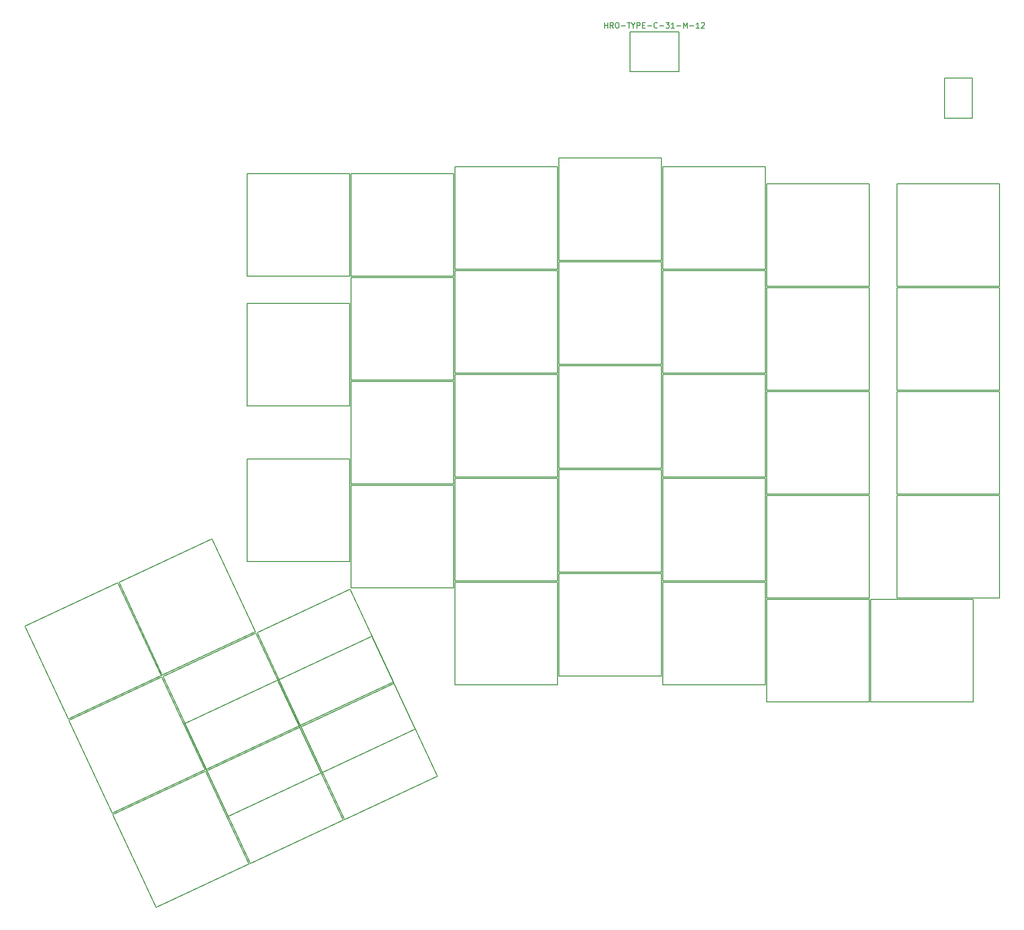
<source format=gbr>
G04 #@! TF.GenerationSoftware,KiCad,Pcbnew,(5.0.2)-1*
G04 #@! TF.CreationDate,2019-01-22T23:05:01+05:30*
G04 #@! TF.ProjectId,ErgodoxBle,4572676f-646f-4784-926c-652e6b696361,rev?*
G04 #@! TF.SameCoordinates,Original*
G04 #@! TF.FileFunction,Drawing*
%FSLAX46Y46*%
G04 Gerber Fmt 4.6, Leading zero omitted, Abs format (unit mm)*
G04 Created by KiCad (PCBNEW (5.0.2)-1) date 1/22/2019 11:05:01 PM*
%MOMM*%
%LPD*%
G01*
G04 APERTURE LIST*
%ADD10C,0.200000*%
%ADD11C,0.150000*%
%ADD12C,0.152400*%
G04 APERTURE END LIST*
D10*
G04 #@! TO.C,proMicro1*
X190804800Y-45567600D02*
X190804800Y-38201600D01*
X190804800Y-38201600D02*
X195884800Y-38201600D01*
X195884800Y-38201600D02*
X195884800Y-45567600D01*
X195884800Y-45567600D02*
X190804800Y-45567600D01*
D11*
G04 #@! TO.C,USB_C1*
X142087200Y-37043400D02*
X133147200Y-37043400D01*
X133147200Y-29743400D02*
X133147200Y-37043400D01*
X142087200Y-29743400D02*
X142087200Y-37043400D01*
X142087200Y-29743400D02*
X133147200Y-29743400D01*
D12*
G04 #@! TO.C,SW3:13*
X182054500Y-95704660D02*
X200850500Y-95704660D01*
X200850500Y-95704660D02*
X200850500Y-114500660D01*
X200850500Y-114500660D02*
X182054500Y-114500660D01*
X182054500Y-114500660D02*
X182054500Y-95704660D01*
G04 #@! TO.C,SW2:13*
X182054500Y-114754660D02*
X200850500Y-114754660D01*
X200850500Y-114754660D02*
X200850500Y-133550660D01*
X200850500Y-133550660D02*
X182054500Y-133550660D01*
X182054500Y-133550660D02*
X182054500Y-114754660D01*
G04 #@! TO.C,SW0:7*
X22209693Y-138722986D02*
X39244654Y-130779453D01*
X39244654Y-130779453D02*
X47188187Y-147814414D01*
X47188187Y-147814414D02*
X30153226Y-155757947D01*
X30153226Y-155757947D02*
X22209693Y-138722986D01*
G04 #@! TO.C,SW0:8*
X39474073Y-130673726D02*
X56509034Y-122730193D01*
X56509034Y-122730193D02*
X64452567Y-139765154D01*
X64452567Y-139765154D02*
X47417606Y-147708687D01*
X47417606Y-147708687D02*
X39474073Y-130673726D01*
G04 #@! TO.C,SW0:9*
X38202486Y-173022327D02*
X30258953Y-155987366D01*
X55237447Y-165078794D02*
X38202486Y-173022327D01*
X47293914Y-148043833D02*
X55237447Y-165078794D01*
X30258953Y-155987366D02*
X47293914Y-148043833D01*
G04 #@! TO.C,SW0:10*
X93792107Y-157611194D02*
X76757146Y-165554727D01*
X85848574Y-140576233D02*
X93792107Y-157611194D01*
X68813613Y-148519766D02*
X85848574Y-140576233D01*
X76757146Y-165554727D02*
X68813613Y-148519766D01*
G04 #@! TO.C,SW0:11*
X59492766Y-173606527D02*
X51549233Y-156571566D01*
X51549233Y-156571566D02*
X68584194Y-148628033D01*
X68584194Y-148628033D02*
X76527727Y-165662994D01*
X76527727Y-165662994D02*
X59492766Y-173606527D01*
G04 #@! TO.C,SW0:12*
X46254286Y-190289247D02*
X38310753Y-173254286D01*
X63289247Y-182345714D02*
X46254286Y-190289247D01*
X55345714Y-165310753D02*
X63289247Y-182345714D01*
X38310753Y-173254286D02*
X55345714Y-165310753D01*
G04 #@! TO.C,SW1:9*
X101092000Y-130629660D02*
X119888000Y-130629660D01*
X119888000Y-130629660D02*
X119888000Y-149425660D01*
X119888000Y-149425660D02*
X101092000Y-149425660D01*
X101092000Y-149425660D02*
X101092000Y-130629660D01*
G04 #@! TO.C,SW1:10*
X120142000Y-147828000D02*
X120142000Y-129032000D01*
X138938000Y-147828000D02*
X120142000Y-147828000D01*
X138938000Y-129032000D02*
X138938000Y-147828000D01*
X120142000Y-129032000D02*
X138938000Y-129032000D01*
G04 #@! TO.C,SW1:11*
X139192000Y-130629660D02*
X157988000Y-130629660D01*
X157988000Y-130629660D02*
X157988000Y-149425660D01*
X157988000Y-149425660D02*
X139192000Y-149425660D01*
X139192000Y-149425660D02*
X139192000Y-130629660D01*
G04 #@! TO.C,SW1:12*
X158242000Y-152600660D02*
X158242000Y-133804660D01*
X177038000Y-152600660D02*
X158242000Y-152600660D01*
X177038000Y-133804660D02*
X177038000Y-152600660D01*
X158242000Y-133804660D02*
X177038000Y-133804660D01*
G04 #@! TO.C,SW1:13*
X177292000Y-152600660D02*
X177292000Y-133804660D01*
X196088000Y-152600660D02*
X177292000Y-152600660D01*
X196088000Y-133804660D02*
X196088000Y-152600660D01*
X177292000Y-133804660D02*
X196088000Y-133804660D01*
G04 #@! TO.C,SW2:7*
X81788000Y-126883160D02*
X62992000Y-126883160D01*
X81788000Y-108087160D02*
X81788000Y-126883160D01*
X62992000Y-108087160D02*
X81788000Y-108087160D01*
X62992000Y-126883160D02*
X62992000Y-108087160D01*
G04 #@! TO.C,SW2:8*
X82042000Y-131645660D02*
X82042000Y-112849660D01*
X100838000Y-131645660D02*
X82042000Y-131645660D01*
X100838000Y-112849660D02*
X100838000Y-131645660D01*
X82042000Y-112849660D02*
X100838000Y-112849660D01*
G04 #@! TO.C,SW2:9*
X101092000Y-111579660D02*
X119888000Y-111579660D01*
X119888000Y-111579660D02*
X119888000Y-130375660D01*
X119888000Y-130375660D02*
X101092000Y-130375660D01*
X101092000Y-130375660D02*
X101092000Y-111579660D01*
G04 #@! TO.C,SW2:10*
X120142000Y-128778000D02*
X120142000Y-109982000D01*
X138938000Y-128778000D02*
X120142000Y-128778000D01*
X138938000Y-109982000D02*
X138938000Y-128778000D01*
X120142000Y-109982000D02*
X138938000Y-109982000D01*
G04 #@! TO.C,SW2:11*
X139192000Y-130375660D02*
X139192000Y-111579660D01*
X157988000Y-130375660D02*
X139192000Y-130375660D01*
X157988000Y-111579660D02*
X157988000Y-130375660D01*
X139192000Y-111579660D02*
X157988000Y-111579660D01*
G04 #@! TO.C,SW2:12*
X158242000Y-133550660D02*
X158242000Y-114754660D01*
X177038000Y-133550660D02*
X158242000Y-133550660D01*
X177038000Y-114754660D02*
X177038000Y-133550660D01*
X158242000Y-114754660D02*
X177038000Y-114754660D01*
G04 #@! TO.C,SW3:8*
X82042000Y-93799660D02*
X100838000Y-93799660D01*
X100838000Y-93799660D02*
X100838000Y-112595660D01*
X100838000Y-112595660D02*
X82042000Y-112595660D01*
X82042000Y-112595660D02*
X82042000Y-93799660D01*
G04 #@! TO.C,SW3:9*
X101092000Y-92529660D02*
X119888000Y-92529660D01*
X119888000Y-92529660D02*
X119888000Y-111325660D01*
X119888000Y-111325660D02*
X101092000Y-111325660D01*
X101092000Y-111325660D02*
X101092000Y-92529660D01*
G04 #@! TO.C,SW3:10*
X120142000Y-90932000D02*
X138938000Y-90932000D01*
X138938000Y-90932000D02*
X138938000Y-109728000D01*
X138938000Y-109728000D02*
X120142000Y-109728000D01*
X120142000Y-109728000D02*
X120142000Y-90932000D01*
G04 #@! TO.C,SW3:11*
X139192000Y-111325660D02*
X139192000Y-92529660D01*
X157988000Y-111325660D02*
X139192000Y-111325660D01*
X157988000Y-92529660D02*
X157988000Y-111325660D01*
X139192000Y-92529660D02*
X157988000Y-92529660D01*
G04 #@! TO.C,SW3:12*
X158242000Y-95704660D02*
X177038000Y-95704660D01*
X177038000Y-95704660D02*
X177038000Y-114500660D01*
X177038000Y-114500660D02*
X158242000Y-114500660D01*
X158242000Y-114500660D02*
X158242000Y-95704660D01*
G04 #@! TO.C,SW4:7*
X81788000Y-98308160D02*
X62992000Y-98308160D01*
X81788000Y-79512160D02*
X81788000Y-98308160D01*
X62992000Y-79512160D02*
X81788000Y-79512160D01*
X62992000Y-98308160D02*
X62992000Y-79512160D01*
G04 #@! TO.C,SW4:8*
X82042000Y-74749660D02*
X100838000Y-74749660D01*
X100838000Y-74749660D02*
X100838000Y-93545660D01*
X100838000Y-93545660D02*
X82042000Y-93545660D01*
X82042000Y-93545660D02*
X82042000Y-74749660D01*
G04 #@! TO.C,SW4:9*
X101092000Y-92275660D02*
X101092000Y-73479660D01*
X119888000Y-92275660D02*
X101092000Y-92275660D01*
X119888000Y-73479660D02*
X119888000Y-92275660D01*
X101092000Y-73479660D02*
X119888000Y-73479660D01*
G04 #@! TO.C,SW4:10*
X120142000Y-90678000D02*
X120142000Y-71882000D01*
X138938000Y-90678000D02*
X120142000Y-90678000D01*
X138938000Y-71882000D02*
X138938000Y-90678000D01*
X120142000Y-71882000D02*
X138938000Y-71882000D01*
G04 #@! TO.C,SW4:11*
X139192000Y-73479660D02*
X157988000Y-73479660D01*
X157988000Y-73479660D02*
X157988000Y-92275660D01*
X157988000Y-92275660D02*
X139192000Y-92275660D01*
X139192000Y-92275660D02*
X139192000Y-73479660D01*
G04 #@! TO.C,SW4:12*
X158242000Y-95450660D02*
X158242000Y-76654660D01*
X177038000Y-95450660D02*
X158242000Y-95450660D01*
X177038000Y-76654660D02*
X177038000Y-95450660D01*
X158242000Y-76654660D02*
X177038000Y-76654660D01*
G04 #@! TO.C,SW4:13*
X182054500Y-95450660D02*
X182054500Y-76654660D01*
X200850500Y-95450660D02*
X182054500Y-95450660D01*
X200850500Y-76654660D02*
X200850500Y-95450660D01*
X182054500Y-76654660D02*
X200850500Y-76654660D01*
G04 #@! TO.C,SW5:7*
X62992000Y-74498200D02*
X62992000Y-55702200D01*
X81788000Y-74498200D02*
X62992000Y-74498200D01*
X81788000Y-55702200D02*
X81788000Y-74498200D01*
X62992000Y-55702200D02*
X81788000Y-55702200D01*
G04 #@! TO.C,SW5:8*
X82042000Y-55702200D02*
X100838000Y-55702200D01*
X100838000Y-55702200D02*
X100838000Y-74498200D01*
X100838000Y-74498200D02*
X82042000Y-74498200D01*
X82042000Y-74498200D02*
X82042000Y-55702200D01*
G04 #@! TO.C,SW5:9*
X101092000Y-73225660D02*
X101092000Y-54429660D01*
X119888000Y-73225660D02*
X101092000Y-73225660D01*
X119888000Y-54429660D02*
X119888000Y-73225660D01*
X101092000Y-54429660D02*
X119888000Y-54429660D01*
G04 #@! TO.C,SW5:10*
X120142000Y-52832000D02*
X138938000Y-52832000D01*
X138938000Y-52832000D02*
X138938000Y-71628000D01*
X138938000Y-71628000D02*
X120142000Y-71628000D01*
X120142000Y-71628000D02*
X120142000Y-52832000D01*
G04 #@! TO.C,SW5:11*
X139192000Y-54429660D02*
X157988000Y-54429660D01*
X157988000Y-54429660D02*
X157988000Y-73225660D01*
X157988000Y-73225660D02*
X139192000Y-73225660D01*
X139192000Y-73225660D02*
X139192000Y-54429660D01*
G04 #@! TO.C,SW5:12*
X158242000Y-57607200D02*
X177038000Y-57607200D01*
X177038000Y-57607200D02*
X177038000Y-76403200D01*
X177038000Y-76403200D02*
X158242000Y-76403200D01*
X158242000Y-76403200D02*
X158242000Y-57607200D01*
G04 #@! TO.C,SW5:13*
X182054500Y-57607200D02*
X200850500Y-57607200D01*
X200850500Y-57607200D02*
X200850500Y-76403200D01*
X200850500Y-76403200D02*
X182054500Y-76403200D01*
X182054500Y-76403200D02*
X182054500Y-57607200D01*
G04 #@! TO.C,SX0:10*
X97820547Y-166244654D02*
X80785586Y-174188187D01*
X80785586Y-174188187D02*
X72842053Y-157153226D01*
X72842053Y-157153226D02*
X89877014Y-149209693D01*
X89877014Y-149209693D02*
X97820547Y-166244654D01*
G04 #@! TO.C,SX0:11*
X72610094Y-157258953D02*
X80553627Y-174293914D01*
X55575133Y-165202486D02*
X72610094Y-157258953D01*
X63518666Y-182237447D02*
X55575133Y-165202486D01*
X80553627Y-174293914D02*
X63518666Y-182237447D01*
G04 #@! TO.C,SX1:7*
X55469406Y-164973067D02*
X47525873Y-147938106D01*
X72504367Y-157029534D02*
X55469406Y-164973067D01*
X64560834Y-139994573D02*
X72504367Y-157029534D01*
X47525873Y-147938106D02*
X64560834Y-139994573D01*
G04 #@! TO.C,SX1:8*
X64790253Y-139886306D02*
X81825214Y-131942773D01*
X81825214Y-131942773D02*
X89768747Y-148977734D01*
X89768747Y-148977734D02*
X72733786Y-156921267D01*
X72733786Y-156921267D02*
X64790253Y-139886306D01*
G04 #@! TD*
G04 #@! TO.C,USB_C1*
D11*
X128474342Y-29045780D02*
X128474342Y-28045780D01*
X128474342Y-28521971D02*
X129045771Y-28521971D01*
X129045771Y-29045780D02*
X129045771Y-28045780D01*
X130093390Y-29045780D02*
X129760057Y-28569590D01*
X129521961Y-29045780D02*
X129521961Y-28045780D01*
X129902914Y-28045780D01*
X129998152Y-28093400D01*
X130045771Y-28141019D01*
X130093390Y-28236257D01*
X130093390Y-28379114D01*
X130045771Y-28474352D01*
X129998152Y-28521971D01*
X129902914Y-28569590D01*
X129521961Y-28569590D01*
X130712438Y-28045780D02*
X130902914Y-28045780D01*
X130998152Y-28093400D01*
X131093390Y-28188638D01*
X131141009Y-28379114D01*
X131141009Y-28712447D01*
X131093390Y-28902923D01*
X130998152Y-28998161D01*
X130902914Y-29045780D01*
X130712438Y-29045780D01*
X130617200Y-28998161D01*
X130521961Y-28902923D01*
X130474342Y-28712447D01*
X130474342Y-28379114D01*
X130521961Y-28188638D01*
X130617200Y-28093400D01*
X130712438Y-28045780D01*
X131569580Y-28664828D02*
X132331485Y-28664828D01*
X132664819Y-28045780D02*
X133236247Y-28045780D01*
X132950533Y-29045780D02*
X132950533Y-28045780D01*
X133760057Y-28569590D02*
X133760057Y-29045780D01*
X133426723Y-28045780D02*
X133760057Y-28569590D01*
X134093390Y-28045780D01*
X134426723Y-29045780D02*
X134426723Y-28045780D01*
X134807676Y-28045780D01*
X134902914Y-28093400D01*
X134950533Y-28141019D01*
X134998152Y-28236257D01*
X134998152Y-28379114D01*
X134950533Y-28474352D01*
X134902914Y-28521971D01*
X134807676Y-28569590D01*
X134426723Y-28569590D01*
X135426723Y-28521971D02*
X135760057Y-28521971D01*
X135902914Y-29045780D02*
X135426723Y-29045780D01*
X135426723Y-28045780D01*
X135902914Y-28045780D01*
X136331485Y-28664828D02*
X137093390Y-28664828D01*
X138141009Y-28950542D02*
X138093390Y-28998161D01*
X137950533Y-29045780D01*
X137855295Y-29045780D01*
X137712438Y-28998161D01*
X137617200Y-28902923D01*
X137569580Y-28807685D01*
X137521961Y-28617209D01*
X137521961Y-28474352D01*
X137569580Y-28283876D01*
X137617200Y-28188638D01*
X137712438Y-28093400D01*
X137855295Y-28045780D01*
X137950533Y-28045780D01*
X138093390Y-28093400D01*
X138141009Y-28141019D01*
X138569580Y-28664828D02*
X139331485Y-28664828D01*
X139712438Y-28045780D02*
X140331485Y-28045780D01*
X139998152Y-28426733D01*
X140141009Y-28426733D01*
X140236247Y-28474352D01*
X140283866Y-28521971D01*
X140331485Y-28617209D01*
X140331485Y-28855304D01*
X140283866Y-28950542D01*
X140236247Y-28998161D01*
X140141009Y-29045780D01*
X139855295Y-29045780D01*
X139760057Y-28998161D01*
X139712438Y-28950542D01*
X141283866Y-29045780D02*
X140712438Y-29045780D01*
X140998152Y-29045780D02*
X140998152Y-28045780D01*
X140902914Y-28188638D01*
X140807676Y-28283876D01*
X140712438Y-28331495D01*
X141712438Y-28664828D02*
X142474342Y-28664828D01*
X142950533Y-29045780D02*
X142950533Y-28045780D01*
X143283866Y-28760066D01*
X143617200Y-28045780D01*
X143617200Y-29045780D01*
X144093390Y-28664828D02*
X144855295Y-28664828D01*
X145855295Y-29045780D02*
X145283866Y-29045780D01*
X145569580Y-29045780D02*
X145569580Y-28045780D01*
X145474342Y-28188638D01*
X145379104Y-28283876D01*
X145283866Y-28331495D01*
X146236247Y-28141019D02*
X146283866Y-28093400D01*
X146379104Y-28045780D01*
X146617200Y-28045780D01*
X146712438Y-28093400D01*
X146760057Y-28141019D01*
X146807676Y-28236257D01*
X146807676Y-28331495D01*
X146760057Y-28474352D01*
X146188628Y-29045780D01*
X146807676Y-29045780D01*
G04 #@! TD*
M02*

</source>
